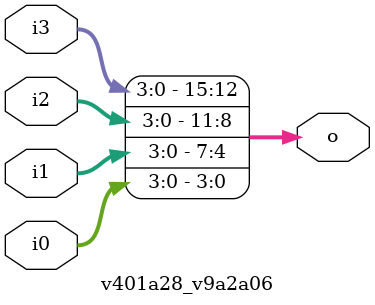
<source format=v>
module v401a28_v9a2a06 (
 input [3:0] i3,
 input [3:0] i2,
 input [3:0] i1,
 input [3:0] i0,
 output [15:0] o
);
 assign o = {i3, i2, i1, i0};
endmodule
</source>
